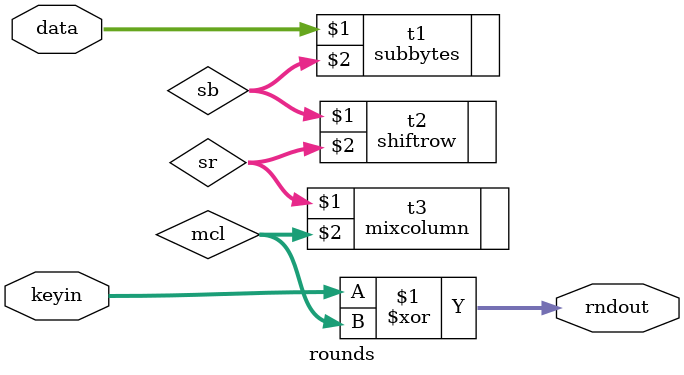
<source format=v>
`timescale 1ns / 1ps


module rounds(data,keyin,rndout);
input [127:0]data;
input [127:0]keyin;
output [127:0]rndout;

wire [127:0] sb,sr,mcl;

subbytes t1(data,sb);
shiftrow t2(sb,sr);
mixcolumn t3(sr,mcl);
assign rndout= keyin^mcl;

endmodule

</source>
